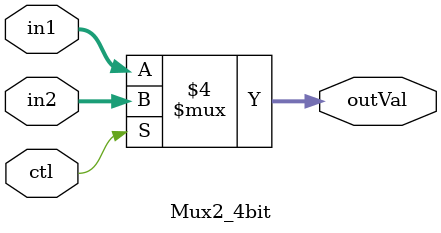
<source format=sv>
module Mux2_4bit(
  input [3:0] in1,
  input [3:0] in2,
  input ctl,
  output logic [3:0] outVal
);

always_comb begin
  if (ctl == 0)
  begin
	outVal = in1;
  end
  else begin
	outVal=in2;
  end
 end
endmodule

</source>
